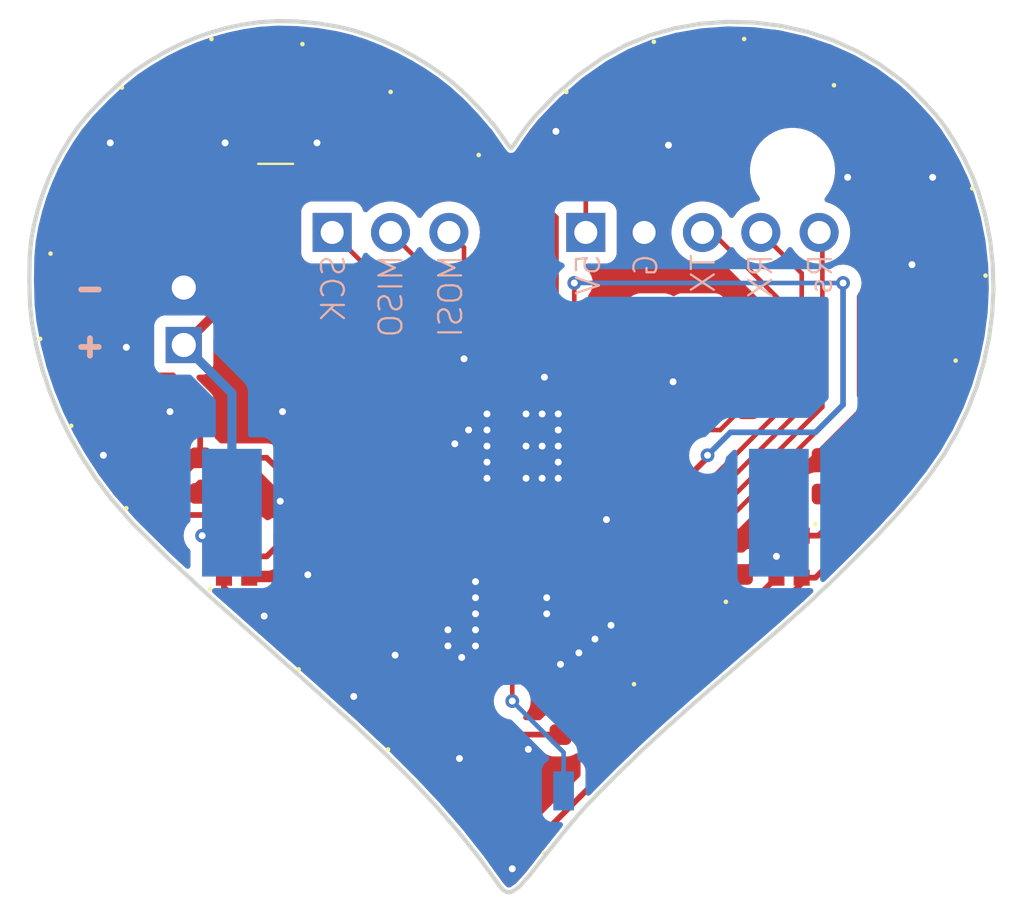
<source format=kicad_pcb>
(kicad_pcb (version 20240108) (generator "pcbnew") (generator_version "8.0")
  (layers (0 "F.Cu" signal) (31 "B.Cu" signal) (34 "B.Paste" user) (35 "F.Paste" user) (36 "B.SilkS" user "B.Silkscreen") (37 "F.SilkS" user "F.Silkscreen") (38 "B.Mask" user) (39 "F.Mask" user) (44 "Edge.Cuts" user))
  (net 0 "")
  (net 1 "/But")
  (net 2 "GND")
  (net 3 "Vbat")
  (net 4 "VCC")
  (net 5 "/RESET")
  (net 6 "Net-(U1-AREF)")
  (net 7 "Net-(U1-PB6)")
  (net 8 "Net-(U1-PB7)")
  (net 15 "/WS2812b")
  (net 25 "Net-(D1-DOUT)")
  (net 26 "Net-(D6-DOUT)")
  (net 27 "Net-(D7-DOUT)")
  (net 28 "Net-(D8-DOUT)")
  (net 29 "Net-(D10-DIN)")
  (net 30 "Net-(D10-DOUT)")
  (net 31 "Net-(D11-DOUT)")
  (net 32 "/WS_1")
  (net 33 "Net-(D13-DOUT)")
  (net 34 "Net-(D14-DOUT)")
  (net 35 "Net-(D15-DOUT)")
  (net 36 "Net-(D16-DOUT)")
  (net 37 "Net-(D17-DOUT)")
  (net 38 "Net-(D18-DOUT)")
  (net 39 "Net-(D19-DOUT)")
  (net 40 "/WS_2")
  (net 41 "Net-(D21-DOUT)")
  (net 42 "Net-(D22-DOUT)")
  (net 43 "Net-(D23-DOUT)")
  (net 44 "Net-(D24-DOUT)")
  (net 45 "Net-(D25-DOUT)")
  (net 46 "Net-(D26-DOUT)")
  (net 47 "Net-(D27-DOUT)")
  (net 48 "/RX")
  (net 49 "/TX")
  (net 50 "/MISO")
  (net 51 "/MOSI")
  (net 52 "/SCK")
  (footprint "LED_SMD:LED_WS2812B-2020_PLCC4_2.0x2.0mm" (layer "F.Cu") (at 60.144721 85.485 90)
    (property "Reference" "D16")
    (property "Value" "WS2812B-2020")
  )
  (footprint "LED_SMD:LED_WS2812B-2020_PLCC4_2.0x2.0mm" (layer "F.Cu") (at 72.55 81.9 -90)
    (property "Reference" "D19")
    (property "Value" "WS2812B-2020")
  )
  (footprint "Capacitor_SMD:C_0603_1608Metric" (layer "F.Cu") (at 62.2 85.485 90)
    (property "Reference" "C24")
    (property "Value" "104")
  )
  (footprint "LED_SMD:LED_WS2812B-2020_PLCC4_2.0x2.0mm" (layer "F.Cu") (at 45 67.615 90)
    (property "Reference" "D11")
    (property "Value" "WS2812B-2020")
  )
  (footprint "LED_SMD:LED_WS2812B-2020_PLCC4_2.0x2.0mm" (layer "F.Cu") (at 64.360527 62.178694)
    (property "Reference" "D1")
    (property "Value" "WS2812B-2020")
  )
  (footprint "Capacitor_SMD:C_0603_1608Metric" (layer "F.Cu") (at 48.391473 71.398306 90)
    (property "Reference" "C20")
    (property "Value" "104")
  )
  (footprint "LED_SMD:LED_WS2812B-2020_PLCC4_2.0x2.0mm" (layer "F.Cu") (at 52.4 78.513694 90)
    (property "Reference" "D14")
    (property "Value" "WS2812B-2020")
  )
  (footprint "Capacitor_SMD:C_0805_2012Metric" (layer "F.Cu") (at 73.7 71.8 180)
    (property "Reference" "C8")
    (property "Value" "22pF")
  )
  (footprint "Capacitor_Tantalum_SMD:CP_EIA-3216-18_Kemet-A_Pad1.58x1.35mm_HandSolder" (layer "F.Cu") (at 54.1 63.7 -90)
    (property "Reference" "C10")
    (property "Value" "4.7uF")
  )
  (footprint "Capacitor_SMD:C_0603_1608Metric" (layer "F.Cu") (at 52.005 63.68 90)
    (property "Reference" "C37")
    (property "Value" "0.1uF")
  )
  (footprint "Capacitor_SMD:C_0603_1608Metric" (layer "F.Cu") (at 80.496041 71.398306 -90)
    (property "Reference" "C30")
    (property "Value" "104")
  )
  (footprint "Capacitor_SMD:C_0603_1608Metric" (layer "F.Cu") (at 47.512306 63.9 90)
    (property "Reference" "C18")
    (property "Value" "104")
  )
  (footprint "MountingHole:MountingHole_3.2mm_M3" (layer "F.Cu") (at 76.6 61.7)
    (property "Reference" "H1")
    (property "Value" "HOLE")
  )
  (footprint "Capacitor_SMD:C_0603_1608Metric" (layer "F.Cu") (at 50.813473 74.985 90)
    (property "Reference" "C21")
    (property "Value" "104")
  )
  (footprint "Resistor_SMD:R_0603_1608Metric" (layer "F.Cu") (at 64.4 83.3)
    (property "Reference" "R6")
    (property "Value" "10K")
  )
  (footprint "Capacitor_SMD:C_0603_1608Metric" (layer "F.Cu") (at 81.795561 67.698306 -90)
    (property "Reference" "C31")
    (property "Value" "104")
  )
  (footprint "Capacitor_SMD:C_0603_1608Metric" (layer "F.Cu") (at 52.725 59.2)
    (property "Reference" "C16")
    (property "Value" "104")
  )
  (footprint "Connector_PinHeader_2.54mm:PinHeader_1x05_P2.54mm_Vertical" (layer "F.Cu") (at 67.6 64.4 90)
    (property "Reference" "J3" (hide yes))
    (property "Value" "UART" (hide yes))
  )
  (footprint "LED_SMD:LED_WS2812B-2020_PLCC4_2.0x2.0mm" (layer "F.Cu") (at 56.25 82 90)
    (property "Reference" "D15")
    (property "Value" "WS2812B-2020")
  )
  (footprint "Capacitor_SMD:C_0603_1608Metric" (layer "F.Cu") (at 79.825 61.2)
    (property "Reference" "C33")
    (property "Value" "104")
  )
  (footprint "LED_SMD:LED_WS2812B-2020_PLCC4_2.0x2.0mm" (layer "F.Cu") (at 45.45 63.9 90)
    (property "Reference" "D10")
    (property "Value" "WS2812B-2020")
  )
  (footprint "Capacitor_SMD:C_0603_1608Metric" (layer "F.Cu") (at 47.062739 67.615 90)
    (property "Reference" "C19")
    (property "Value" "104")
  )
  (footprint "LED_SMD:LED_WS2812B-2020_PLCC4_2.0x2.0mm" (layer "F.Cu") (at 76.448527 78.513694 -90)
    (property "Reference" "D20")
    (property "Value" "WS2812B-2020")
  )
  (footprint "Capacitor_SMD:C_0603_1608Metric" (layer "F.Cu") (at 56.685 59.424)
    (property "Reference" "C15")
    (property "Value" "104")
  )
  (footprint "Capacitor_SMD:C_0603_1608Metric" (layer "F.Cu") (at 74.4 78.513694 -90)
    (property "Reference" "C28")
    (property "Value" "104")
  )
  (footprint "Capacitor_SMD:C_0603_1608Metric" (layer "F.Cu") (at 58.306222 82 90)
    (property "Reference" "C23")
    (property "Value" "104")
  )
  (footprint "Capacitor_SMD:C_0603_1608Metric" (layer "F.Cu") (at 57.1 72.6 90)
    (property "Reference" "C7")
    (property "Value" "0.1uF")
  )
  (footprint "LED_SMD:LED_WS2812B-2020_PLCC4_2.0x2.0mm" (layer "F.Cu") (at 75.915 57.128916)
    (property "Reference" "D26")
    (property "Value" "WS2812B-2020")
  )
  (footprint "Resistor_SMD:R_0603_1608Metric" (layer "F.Cu") (at 57.1 75.9 90)
    (property "Reference" "R1")
    (property "Value" "10k")
  )
  (footprint "LED_SMD:LED_WS2812B-2020_PLCC4_2.0x2.0mm" (layer "F.Cu") (at 83.85 67.698306 -90)
    (property "Reference" "D23")
    (property "Value" "WS2812B-2020")
  )
  (footprint "Capacitor_SMD:C_0603_1608Metric" (layer "F.Cu") (at 54.476183 78.513694 90)
    (property "Reference" "C22")
    (property "Value" "104")
  )
  (footprint "LED_SMD:LED_WS2812B-2020_PLCC4_2.0x2.0mm" (layer "F.Cu") (at 68.175 59.432694)
    (property "Reference" "D28")
    (property "Value" "WS2812B-2020")
  )
  (footprint "LED_SMD:LED_WS2812B-2020_PLCC4_2.0x2.0mm" (layer "F.Cu") (at 79.95 75.013306 -90)
    (property "Reference" "D21")
    (property "Value" "WS2812B-2020")
  )
  (footprint "ATMEGA328P-32PIN-SMD:QFP80P900X900X120-32N" (layer "F.Cu") (at 64.3 72.7 180)
    (property "Reference" "U1")
    (property "Value" "ATMEGA328P-AU")
  )
  (footprint "LED_SMD:LED_WS2812B-2020_PLCC4_2.0x2.0mm" (layer "F.Cu") (at 52.725 57.128916)
    (property "Reference" "D8")
    (property "Value" "WS2812B-2020")
  )
  (footprint "Capacitor_SMD:C_0805_2012Metric" (layer "F.Cu") (at 50.2 63.8 90)
    (property "Reference" "C39")
    (property "Value" "1uF")
  )
  (footprint "Capacitor_SMD:C_0805_2012Metric" (layer "F.Cu") (at 57.9 68.7 -90)
    (property "Reference" "C38")
    (property "Value" "1uF")
  )
  (footprint "Capacitor_SMD:C_0603_1608Metric" (layer "F.Cu") (at 64.35 88.2 180)
    (property "Reference" "C25")
    (property "Value" "104")
  )
  (footprint "Capacitor_SMD:C_0603_1608Metric" (layer "F.Cu") (at 48.825 61.3)
    (property "Reference" "C17")
    (property "Value" "104")
  )
  (footprint "Button_Switch_SMD:SW_Tactile_SPST_NO_Straight_CK_PTS636Sx25SMTRLFS" (layer "F.Cu") (at 64.3 80.3 180)
    (property "Reference" "SW3")
    (property "Value" "MODE")
  )
  (footprint "Capacitor_SMD:C_0603_1608Metric" (layer "F.Cu") (at 71.985 59.324)
    (property "Reference" "C35")
    (property "Value" "104")
  )
  (footprint "LED_SMD:LED_WS2812B-2020_PLCC4_2.0x2.0mm" (layer "F.Cu") (at 46.35 71.398306 90)
    (property "Reference" "D12")
    (property "Value" "WS2812B-2020")
  )
  (footprint "Crystal:Crystal_SMD_3225-4Pin_3.2x2.5mm" (layer "F.Cu") (at 73.6 69)
    (property "Reference" "Y1")
    (property "Value" "16M")
  )
  (footprint "LED_SMD:LED_WS2812B-2020_PLCC4_2.0x2.0mm" (layer "F.Cu") (at 83.276527 63.9 -90)
    (property "Reference" "D24")
    (property "Value" "WS2812B-2020")
  )
  (footprint "LED_SMD:LED_WS2812B-2020_PLCC4_2.0x2.0mm" (layer "F.Cu") (at 48.75 74.985 90)
    (property "Reference" "D13")
    (property "Value" "WS2812B-2020")
  )
  (footprint "LED_SMD:LED_WS2812B-2020_PLCC4_2.0x2.0mm" (layer "F.Cu") (at 68.55 85.485 -90)
    (property "Reference" "D18")
    (property "Value" "WS2812B-2020")
  )
  (footprint "Capacitor_SMD:C_0603_1608Metric" (layer "F.Cu") (at 75.915 59.2)
    (property "Reference" "C34")
    (property "Value" "104")
  )
  (footprint "LED_SMD:LED_WS2812B-2020_PLCC4_2.0x2.0mm" (layer "F.Cu") (at 79.825 59.141413)
    (property "Reference" "D25")
    (property "Value" "WS2812B-2020")
  )
  (footprint "Capacitor_SMD:C_0603_1608Metric" (layer "F.Cu") (at 77.909803 75.013306 -90)
    (property "Reference" "C29")
    (property "Value" "104")
  )
  (footprint "Capacitor_SMD:C_0603_1608Metric" (layer "F.Cu") (at 70.501473 81.9 -90)
    (property "Reference" "C27")
    (property "Value" "104")
  )
  (footprint "LED_SMD:LED_WS2812B-2020_PLCC4_2.0x2.0mm" (layer "F.Cu") (at 56.685 57.35)
    (property "Reference" "D7")
    (property "Value" "WS2812B-2020")
  )
  (footprint "LED_SMD:LED_WS2812B-2020_PLCC4_2.0x2.0mm" (layer "F.Cu") (at 60.525 59.432694)
    (property "Reference" "D6")
    (property "Value" "WS2812B-2020")
  )
  (footprint "Connector_PinHeader_2.54mm:PinHeader_1x03_P2.54mm_Vertical" (layer "F.Cu") (at 56.56 64.4 90)
    (property "Reference" "J6" (hide yes))
    (property "Value" "ICSP" (hide yes))
  )
  (footprint "Capacitor_SMD:C_0603_1608Metric" (layer "F.Cu") (at 60.525 61.5)
    (property "Reference" "C14")
    (property "Value" "104")
  )
  (footprint "RT9013-33:SOT94P279X129-5N" (layer "F.Cu") (at 55 68.645 -90)
    (property "Reference" "U6")
    (property "Value" "RT9013-33GB")
  )
  (footprint "LED_SMD:LED_WS2812B-2020_PLCC4_2.0x2.0mm" (layer "F.Cu") (at 64.35 90.25 180)
    (property "Reference" "D17")
    (property "Value" "WS2812B-2020")
  )
  (footprint "Capacitor_SMD:C_0603_1608Metric" (layer "F.Cu") (at 66.498479 85.485 -90)
    (property "Reference" "C26")
    (property "Value" "104")
  )
  (footprint "Capacitor_SMD:C_0805_2012Metric" (layer "F.Cu") (at 70.5 69 -90)
    (property "Reference" "C9")
    (property "Value" "22pF")
  )
  (footprint "LED_SMD:LED_WS2812B-2020_PLCC4_2.0x2.0mm" (layer "F.Cu") (at 71.985 57.25)
    (property "Reference" "D27")
    (property "Value" "WS2812B-2020")
  )
  (footprint "LED_SMD:LED_WS2812B-2020_PLCC4_2.0x2.0mm" (layer "F.Cu") (at 82.55 71.398306 -90)
    (property "Reference" "D22")
    (property "Value" "WS2812B-2020")
  )
  (footprint "Capacitor_SMD:C_0603_1608Metric" (layer "F.Cu") (at 64.348427 64.230558)
    (property "Reference" "C13")
    (property "Value" "104")
  )
  (footprint "Capacitor_SMD:C_0603_1608Metric" (layer "F.Cu") (at 81.2 63.9 -90)
    (property "Reference" "C32")
    (property "Value" "104")
  )
  (footprint "Capacitor_SMD:C_0603_1608Metric" (layer "F.Cu") (at 68.175 61.5)
    (property "Reference" "C36")
    (property "Value" "104")
  )
  (footprint "LED_SMD:LED_WS2812B-2020_PLCC4_2.0x2.0mm" (layer "F.Cu") (at 48.825 59.241413)
    (property "Reference" "D9")
    (property "Value" "WS2812B-2020")
  )
  (footprint "2xh:JST_B2B-XH-A_LF__SN_" (layer "B.Cu") (at 49.575 68.05 -90)
    (property "Reference" "J4")
    (property "Value" "Pin Lipo")
  )
  (footprint "Battery:BatteryHolder_MPD_BC2003_1x2032" (layer "B.Cu") (at 64.1 76.6 180)
    (property "Reference" "BT1")
    (property "Value" "CR2032")
  )
  (footprint "Button_Switch_SMD:SW_SPST_B3U-1000P" (layer "B.Cu") (at 64.35 88.71)
    (property "Reference" "SW2")
    (property "Value" "RESET")
  )
  (gr_line (start 83.208566 74.036988) (end 83.752609 73.102272) (stroke (width 0.182562)) (layer "Edge.Cuts"))
  (gr_line (start 64.287799 93.122064) (end 64.419238 93.081908) (stroke (width 0.182562)) (layer "Edge.Cuts"))
  (gr_line (start 73.770087 55.229397) (end 72.608987 55.313373) (stroke (width 0.182562)) (layer "Edge.Cuts"))
  (gr_line (start 65.138528 92.39911) (end 66.087857 91.197864) (stroke (width 0.182562)) (layer "Edge.Cuts"))
  (gr_line (start 81.784578 58.168651) (end 81.324532 57.763365) (stroke (width 0.182562)) (layer "Edge.Cuts"))
  (gr_line (start 77.231469 80.590977) (end 78.191748 79.689111) (stroke (width 0.182562)) (layer "Edge.Cuts"))
  (gr_line (start 44.176704 62.159467) (end 43.935726 62.798435) (stroke (width 0.182562)) (layer "Edge.Cuts"))
  (gr_line (start 80.378846 77.498369) (end 81.204033 76.607463) (stroke (width 0.182562)) (layer "Edge.Cuts"))
  (gr_line (start 61.107551 89.394142) (end 62.07878 90.515065) (stroke (width 0.182562)) (layer "Edge.Cuts"))
  (gr_line (start 76.099574 81.606026) (end 77.231469 80.590977) (stroke (width 0.182562)) (layer "Edge.Cuts"))
  (gr_line (start 45.129686 73.25561) (end 45.662768 74.18303) (stroke (width 0.182562)) (layer "Edge.Cuts"))
  (gr_line (start 79.356502 78.542624) (end 80.378846 77.498369) (stroke (width 0.182562)) (layer "Edge.Cuts"))
  (gr_line (start 47.970356 57.361726) (end 47.408068 57.810828) (stroke (width 0.182562)) (layer "Edge.Cuts"))
  (gr_line (start 84.06297 61.17363) (end 83.646713 60.425123) (stroke (width 0.182562)) (layer "Edge.Cuts"))
  (gr_line (start 43.574249 64.105583) (end 43.45376 64.773762) (stroke (width 0.182562)) (layer "Edge.Cuts"))
  (gr_line (start 83.646713 60.425123) (end 83.20126 59.745988) (stroke (width 0.182562)) (layer "Edge.Cuts"))
  (gr_line (start 64.357172 60.731825) (end 64.346211 60.735479) (stroke (width 0.182562)) (layer "Edge.Cuts"))
  (gr_line (start 81.916027 75.778634) (end 82.587855 74.927894) (stroke (width 0.182562)) (layer "Edge.Cuts"))
  (gr_line (start 67.44978 89.551143) (end 68.128904 88.828189) (stroke (width 0.182562)) (layer "Edge.Cuts"))
  (gr_line (start 43.45376 64.773762) (end 43.391683 65.478449) (stroke (width 0.182562)) (layer "Edge.Cuts"))
  (gr_line (start 84.924659 70.068077) (end 85.151034 69.005555) (stroke (width 0.182562)) (layer "Edge.Cuts"))
  (gr_line (start 64.265889 60.647849) (end 64.192863 60.552919) (stroke (width 0.182562)) (layer "Edge.Cuts"))
  (gr_line (start 53.710119 82.431202) (end 57.485515 85.790361) (stroke (width 0.182562)) (layer "Edge.Cuts"))
  (gr_line (start 44.662323 72.298985) (end 45.129686 73.25561) (stroke (width 0.182562)) (layer "Edge.Cuts"))
  (gr_line (start 83.752609 73.102272) (end 84.223615 72.123727) (stroke (width 0.182562)) (layer "Edge.Cuts"))
  (gr_line (start 45.122379 60.352097) (end 44.771862 60.932647) (stroke (width 0.182562)) (layer "Edge.Cuts"))
  (gr_line (start 64.152686 93.111114) (end 64.287799 93.122064) (stroke (width 0.182562)) (layer "Edge.Cuts"))
  (gr_line (start 84.614298 71.108678) (end 84.924659 70.068077) (stroke (width 0.182562)) (layer "Edge.Cuts"))
  (gr_line (start 64.707689 92.877422) (end 65.138528 92.39911) (stroke (width 0.182562)) (layer "Edge.Cuts"))
  (gr_line (start 60.092503 88.313363) (end 61.107551 89.394142) (stroke (width 0.182562)) (layer "Edge.Cuts"))
  (gr_line (start 82.324967 58.71999) (end 81.784578 58.168651) (stroke (width 0.182562)) (layer "Edge.Cuts"))
  (gr_line (start 76.103238 55.408309) (end 74.934841 55.262257) (stroke (width 0.182562)) (layer "Edge.Cuts"))
  (gr_line (start 84.223615 72.123727) (end 84.614298 71.108678) (stroke (width 0.182562)) (layer "Edge.Cuts"))
  (gr_line (start 85.315343 65.774207) (end 85.198497 64.718998) (stroke (width 0.182562)) (layer "Edge.Cuts"))
  (gr_line (start 46.933408 75.990395) (end 47.871767 77.05657) (stroke (width 0.182562)) (layer "Edge.Cuts"))
  (gr_line (start 61.29377 57.482215) (end 60.720521 57.091537) (stroke (width 0.182562)) (layer "Edge.Cuts"))
  (gr_line (start 45.662768 74.18303) (end 46.268877 75.106795) (stroke (width 0.182562)) (layer "Edge.Cuts"))
  (gr_line (start 71.093716 85.972927) (end 72.342456 84.862942) (stroke (width 0.182562)) (layer "Edge.Cuts"))
  (gr_line (start 44.267986 71.327757) (end 44.662323 72.298985) (stroke (width 0.182562)) (layer "Edge.Cuts"))
  (gr_line (start 85.293433 67.932095) (end 85.348202 66.854975) (stroke (width 0.182562)) (layer "Edge.Cuts"))
  (gr_line (start 79.411261 56.507333) (end 78.363363 56.036317) (stroke (width 0.182562)) (layer "Edge.Cuts"))
  (gr_line (start 57.474565 55.601824) (end 56.824637 55.444817) (stroke (width 0.182562)) (layer "Edge.Cuts"))
  (gr_line (start 64.346211 60.735479) (end 64.335251 60.731825) (stroke (width 0.182562)) (layer "Edge.Cuts"))
  (gr_line (start 85.151034 69.005555) (end 85.293433 67.932095) (stroke (width 0.182562)) (layer "Edge.Cuts"))
  (gr_line (start 72.608987 55.313373) (end 71.4625 55.514195) (stroke (width 0.182562)) (layer "Edge.Cuts"))
  (gr_line (start 54.170175 55.196538) (end 53.366909 55.247654) (stroke (width 0.182562)) (layer "Edge.Cuts"))
  (gr_line (start 62.07878 90.515065) (end 62.973339 91.643317) (stroke (width 0.182562)) (layer "Edge.Cuts"))
  (gr_line (start 49.303062 78.469598) (end 51.216312 80.233153) (stroke (width 0.182562)) (layer "Edge.Cuts"))
  (gr_line (start 60.092503 56.715452) (end 59.442575 56.372236) (stroke (width 0.182562)) (layer "Edge.Cuts"))
  (gr_line (start 64.663869 60.300981) (end 64.55433 60.465284) (stroke (width 0.182562)) (layer "Edge.Cuts"))
  (gr_line (start 51.216312 80.233153) (end 53.710119 82.431202) (stroke (width 0.182562)) (layer "Edge.Cuts"))
  (gr_line (start 44.771862 60.932647) (end 44.454205 61.535107) (stroke (width 0.182562)) (layer "Edge.Cuts"))
  (gr_line (start 56.824637 55.444817) (end 55.951987 55.29877) (stroke (width 0.182562)) (layer "Edge.Cuts"))
  (gr_line (start 59.442575 56.372236) (end 58.785361 56.072835) (stroke (width 0.182562)) (layer "Edge.Cuts"))
  (gr_line (start 58.785361 56.072835) (end 58.10988 55.806294) (stroke (width 0.182562)) (layer "Edge.Cuts"))
  (gr_line (start 64.368121 60.720875) (end 64.357172 60.731825) (stroke (width 0.182562)) (layer "Edge.Cuts"))
  (gr_line (start 71.4625 55.514195) (end 70.389028 55.817249) (stroke (width 0.182562)) (layer "Edge.Cuts"))
  (gr_line (start 63.995684 93.008882) (end 64.083324 93.078255) (stroke (width 0.182562)) (layer "Edge.Cuts"))
  (gr_line (start 84.990378 63.674738) (end 84.698274 62.652388) (stroke (width 0.182562)) (layer "Edge.Cuts"))
  (gr_line (start 63.681691 59.826316) (end 63.097482 59.13988) (stroke (width 0.182562)) (layer "Edge.Cuts"))
  (gr_line (start 78.191748 79.689111) (end 79.356502 78.542624) (stroke (width 0.182562)) (layer "Edge.Cuts"))
  (gr_line (start 45.984079 59.216559) (end 45.505767 59.793456) (stroke (width 0.182562)) (layer "Edge.Cuts"))
  (gr_line (start 58.807271 87.031784) (end 60.092503 88.313363) (stroke (width 0.182562)) (layer "Edge.Cuts"))
  (gr_line (start 64.192863 60.552919) (end 64.116183 60.439731) (stroke (width 0.182562)) (layer "Edge.Cuts"))
  (gr_line (start 62.458514 58.468052) (end 61.837802 57.905764) (stroke (width 0.182562)) (layer "Edge.Cuts"))
  (gr_line (start 66.832721 90.270444) (end 67.44978 89.551143) (stroke (width 0.182562)) (layer "Edge.Cuts"))
  (gr_line (start 43.391683 65.478449) (end 43.377091 66.511754) (stroke (width 0.182562)) (layer "Edge.Cuts"))
  (gr_line (start 66.087857 91.197864) (end 66.832721 90.270444) (stroke (width 0.182562)) (layer "Edge.Cuts"))
  (gr_line (start 43.482966 68.293572) (end 43.676481 69.323223) (stroke (width 0.182562)) (layer "Edge.Cuts"))
  (gr_line (start 77.249736 55.667544) (end 76.103238 55.408309) (stroke (width 0.182562)) (layer "Edge.Cuts"))
  (gr_line (start 65.007089 59.819014) (end 64.663869 60.300981) (stroke (width 0.182562)) (layer "Edge.Cuts"))
  (gr_line (start 43.406287 67.552366) (end 43.482966 68.293572) (stroke (width 0.182562)) (layer "Edge.Cuts"))
  (gr_line (start 49.266549 56.551148) (end 48.609324 56.938178) (stroke (width 0.182562)) (layer "Edge.Cuts"))
  (gr_line (start 47.408068 57.810828) (end 46.68147 58.493616) (stroke (width 0.182562)) (layer "Edge.Cuts"))
  (gr_line (start 64.455751 60.604035) (end 64.368121 60.720875) (stroke (width 0.182562)) (layer "Edge.Cuts"))
  (gr_line (start 61.837802 57.905764) (end 61.29377 57.482215) (stroke (width 0.182562)) (layer "Edge.Cuts"))
  (gr_line (start 51.263786 55.696755) (end 50.591958 55.934085) (stroke (width 0.182562)) (layer "Edge.Cuts"))
  (gr_line (start 58.10988 55.806294) (end 57.474565 55.601824) (stroke (width 0.182562)) (layer "Edge.Cuts"))
  (gr_line (start 48.609324 56.938178) (end 47.970356 57.361726) (stroke (width 0.182562)) (layer "Edge.Cuts"))
  (gr_line (start 45.505767 59.793456) (end 45.122379 60.352097) (stroke (width 0.182562)) (layer "Edge.Cuts"))
  (gr_line (start 64.324302 60.724529) (end 64.265889 60.647849) (stroke (width 0.182562)) (layer "Edge.Cuts"))
  (gr_line (start 69.352081 56.240792) (end 68.373545 56.777528) (stroke (width 0.182562)) (layer "Edge.Cuts"))
  (gr_line (start 69.085529 87.86791) (end 70.100577 86.889375) (stroke (width 0.182562)) (layer "Edge.Cuts"))
  (gr_line (start 63.824079 92.811703) (end 63.908065 92.917599) (stroke (width 0.182562)) (layer "Edge.Cuts"))
  (gr_line (start 64.083324 93.078255) (end 64.152686 93.111114) (stroke (width 0.182562)) (layer "Edge.Cuts"))
  (gr_line (start 81.204033 76.607463) (end 81.916027 75.778634) (stroke (width 0.182562)) (layer "Edge.Cuts"))
  (gr_line (start 80.400756 57.08423) (end 79.411261 56.507333) (stroke (width 0.182562)) (layer "Edge.Cuts"))
  (gr_line (start 63.908065 92.917599) (end 63.995684 93.008882) (stroke (width 0.182562)) (layer "Edge.Cuts"))
  (gr_line (start 47.871767 77.05657) (end 49.303062 78.469598) (stroke (width 0.182562)) (layer "Edge.Cuts"))
  (gr_line (start 55.050131 55.214789) (end 54.170175 55.196538) (stroke (width 0.182562)) (layer "Edge.Cuts"))
  (gr_line (start 68.373545 56.777528) (end 67.314677 57.518728) (stroke (width 0.182562)) (layer "Edge.Cuts"))
  (gr_line (start 82.839793 59.285932) (end 82.324967 58.71999) (stroke (width 0.182562)) (layer "Edge.Cuts"))
  (gr_line (start 46.68147 58.493616) (end 45.984079 59.216559) (stroke (width 0.182562)) (layer "Edge.Cuts"))
  (gr_line (start 43.734904 63.448358) (end 43.574249 64.105583) (stroke (width 0.182562)) (layer "Edge.Cuts"))
  (gr_line (start 70.100577 86.889375) (end 71.093716 85.972927) (stroke (width 0.182562)) (layer "Edge.Cuts"))
  (gr_line (start 85.348202 66.854975) (end 85.315343 65.774207) (stroke (width 0.182562)) (layer "Edge.Cuts"))
  (gr_line (start 57.485515 85.790361) (end 58.807271 87.031784) (stroke (width 0.182562)) (layer "Edge.Cuts"))
  (gr_line (start 44.454205 61.535107) (end 44.176704 62.159467) (stroke (width 0.182562)) (layer "Edge.Cuts"))
  (gr_line (start 64.116183 60.439731) (end 63.681691 59.826316) (stroke (width 0.182562)) (layer "Edge.Cuts"))
  (gr_line (start 49.92012 56.222536) (end 49.266549 56.551148) (stroke (width 0.182562)) (layer "Edge.Cuts"))
  (gr_line (start 84.424437 61.933092) (end 84.06297 61.17363) (stroke (width 0.182562)) (layer "Edge.Cuts"))
  (gr_line (start 64.55433 60.465284) (end 64.455751 60.604035) (stroke (width 0.182562)) (layer "Edge.Cuts"))
  (gr_line (start 62.973339 91.643317) (end 63.824079 92.811703) (stroke (width 0.182562)) (layer "Edge.Cuts"))
  (gr_line (start 85.198497 64.718998) (end 84.990378 63.674738) (stroke (width 0.182562)) (layer "Edge.Cuts"))
  (gr_line (start 43.377091 66.511754) (end 43.406287 67.552366) (stroke (width 0.182562)) (layer "Edge.Cuts"))
  (gr_line (start 68.128904 88.828189) (end 69.085529 87.86791) (stroke (width 0.182562)) (layer "Edge.Cuts"))
  (gr_line (start 66.288668 58.405981) (end 65.375863 59.358958) (stroke (width 0.182562)) (layer "Edge.Cuts"))
  (gr_line (start 84.698274 62.652388) (end 84.424437 61.933092) (stroke (width 0.182562)) (layer "Edge.Cuts"))
  (gr_line (start 51.95387 55.50324) (end 51.263786 55.696755) (stroke (width 0.182562)) (layer "Edge.Cuts"))
  (gr_line (start 74.255707 83.205272) (end 76.099574 81.606026) (stroke (width 0.182562)) (layer "Edge.Cuts"))
  (gr_line (start 78.363363 56.036317) (end 77.249736 55.667544) (stroke (width 0.182562)) (layer "Edge.Cuts"))
  (gr_line (start 63.097482 59.13988) (end 62.458514 58.468052) (stroke (width 0.182562)) (layer "Edge.Cuts"))
  (gr_line (start 81.324532 57.763365) (end 80.400756 57.08423) (stroke (width 0.182562)) (layer "Edge.Cuts"))
  (gr_line (start 72.342456 84.862942) (end 74.255707 83.205272) (stroke (width 0.182562)) (layer "Edge.Cuts"))
  (gr_line (start 43.676481 69.323223) (end 43.935726 70.334618) (stroke (width 0.182562)) (layer "Edge.Cuts"))
  (gr_line (start 60.720521 57.091537) (end 60.092503 56.715452) (stroke (width 0.182562)) (layer "Edge.Cuts"))
  (gr_line (start 83.20126 59.745988) (end 82.839793 59.285932) (stroke (width 0.182562)) (layer "Edge.Cuts"))
  (gr_line (start 65.375863 59.358958) (end 65.007089 59.819014) (stroke (width 0.182562)) (layer "Edge.Cuts"))
  (gr_line (start 64.419238 93.081908) (end 64.707689 92.877422) (stroke (width 0.182562)) (layer "Edge.Cuts"))
  (gr_line (start 64.335251 60.731825) (end 64.324302 60.724529) (stroke (width 0.182562)) (layer "Edge.Cuts"))
  (gr_line (start 46.268877 75.106795) (end 46.933408 75.990395) (stroke (width 0.182562)) (layer "Edge.Cuts"))
  (gr_line (start 43.935726 70.334618) (end 44.267986 71.327757) (stroke (width 0.182562)) (layer "Edge.Cuts"))
  (gr_line (start 53.366909 55.247654) (end 52.654904 55.353534) (stroke (width 0.182562)) (layer "Edge.Cuts"))
  (gr_line (start 50.591958 55.934085) (end 49.92012 56.222536) (stroke (width 0.182562)) (layer "Edge.Cuts"))
  (gr_line (start 70.389028 55.817249) (end 69.352081 56.240792) (stroke (width 0.182562)) (layer "Edge.Cuts"))
  (gr_line (start 52.654904 55.353534) (end 51.95387 55.50324) (stroke (width 0.182562)) (layer "Edge.Cuts"))
  (gr_line (start 67.314677 57.518728) (end 66.288668 58.405981) (stroke (width 0.182562)) (layer "Edge.Cuts"))
  (gr_line (start 55.951987 55.29877) (end 55.050131 55.214789) (stroke (width 0.182562)) (layer "Edge.Cuts"))
  (gr_line (start 43.935726 62.798435) (end 43.734904 63.448358) (stroke (width 0.182562)) (layer "Edge.Cuts"))
  (gr_line (start 74.934841 55.262257) (end 73.770087 55.229397) (stroke (width 0.182562)) (layer "Edge.Cuts"))
  (gr_line (start 82.587855 74.927894) (end 83.208566 74.036988) (stroke (width 0.182562)) (layer "Edge.Cuts"))
  (gr_text "-" (at 46.8 67.4 -0) (layer "B.SilkS") (effects (font (size 1 1) (thickness 0.25) (bold yes)) (justify left bottom mirror)))
  (gr_text "5V" (at 68.3 67.2 90) (layer "B.SilkS") (effects (font (size 1 1) (thickness 0.1)) (justify right bottom mirror)))
  (gr_text "G" (at 70.8 66.390476 90) (layer "B.SilkS") (effects (font (size 1 1) (thickness 0.1)) (justify right bottom mirror)))
  (gr_text "MISO" (at 59.7 65.3 90) (layer "B.SilkS") (effects (font (size 1 1) (thickness 0.1)) (justify left bottom mirror)))
  (gr_text "+" (at 46.8 69.9 -0) (layer "B.SilkS") (effects (font (size 1 1) (thickness 0.25) (bold yes)) (justify left bottom mirror)))
  (gr_text "RX" (at 75.8 67.342857 90) (layer "B.SilkS") (effects (font (size 1 1) (thickness 0.1)) (justify right bottom mirror)))
  (gr_text "MOSI" (at 62.3 65.3 90) (layer "B.SilkS") (effects (font (size 1 1) (thickness 0.1)) (justify left bottom mirror)))
  (gr_text "TX" (at 73.3 67.104762 90) (layer "B.SilkS") (effects (font (size 1 1) (thickness 0.1)) (justify right bottom mirror)))
  (gr_text "Rs" (at 78.4 67.2 90) (layer "B.SilkS") (effects (font (size 1 1) (thickness 0.1)) (justify right bottom mirror)))
  (gr_text "SCK" (at 57.2 65.3 90) (layer "B.SilkS") (effects (font (size 1 1) (thickness 0.1)) (justify left bottom mirror)))
  (segment (start 72.9 74.1) (end 72.9 74.2) (width 0.25) (layer "F.Cu") (net 1))
  (segment (start 69.4 77.7) (end 67.3 77.7) (width 0.25) (layer "F.Cu") (net 1))
  (segment (start 78.8 66.6) (end 78.8 71.9) (width 0.2) (layer "F.Cu") (net 1))
  (segment (start 67.1 66.6) (end 67.1 68.53) (width 0.2) (layer "F.Cu") (net 1))
  (segment (start 67.1 77.5) (end 67.1 76.87) (width 0.25) (layer "F.Cu") (net 1))
  (segment (start 70.4 80.3) (end 68.175 80.3) (width 0.2) (layer "F.Cu") (net 1))
  (segment (start 67.3 77.7) (end 67.1 77.5) (width 0.25) (layer "F.Cu") (net 1))
  (segment (start 72.9 74.2) (end 69.4 77.7) (width 0.25) (layer "F.Cu") (net 1))
  (segment (start 65.225 83.25) (end 68.175 80.3) (width 0.2) (layer "F.Cu") (net 1))
  (segment (start 65.225 83.3) (end 65.225 83.25) (width 0.2) (layer "F.Cu") (net 1))
  (segment (start 78.8 71.9) (end 70.4 80.3) (width 0.2) (layer "F.Cu") (net 1))
  (via (at 67.1 66.6) (size 0.6) (drill 0.3) (layers "F.Cu" "B.Cu") (net 1))
  (via (at 72.9 74.1) (size 0.6) (drill 0.3) (layers "F.Cu" "B.Cu") (net 1))
  (via (at 78.8 66.6) (size 0.6) (drill 0.3) (layers "F.Cu" "B.Cu") (net 1))
  (segment (start 78.8 71.9) (end 78.8 66.6) (width 0.25) (layer "B.Cu") (net 1))
  (segment (start 73.9 73.1) (end 77.6 73.1) (width 0.25) (layer "B.Cu") (net 1))
  (segment (start 77.6 73.1) (end 78.8 71.9) (width 0.25) (layer "B.Cu") (net 1))
  (segment (start 72.9 74.1) (end 73.9 73.1) (width 0.25) (layer "B.Cu") (net 1))
  (segment (start 78.8 66.6) (end 67.1 66.6) (width 0.2) (layer "B.Cu") (net 1))
  (segment (start 52.005 64.455) (end 53.4175 64.455) (width 0.4) (layer "F.Cu") (net 2))
  (segment (start 46.14 64.675) (end 46 64.815) (width 0.25) (layer "F.Cu") (net 2))
  (segment (start 75.758527 77.738694) (end 75.898527 77.598694) (width 0.25) (layer "F.Cu") (net 2))
  (segment (start 49.3 75.9) (end 50.673473 75.9) (width 0.25) (layer "F.Cu") (net 2))
  (segment (start 50.673473 75.9) (end 50.813473 75.76) (width 0.25) (layer "F.Cu") (net 2))
  (segment (start 75.14 59.2) (end 75.14 57.818916) (width 0.25) (layer "F.Cu") (net 2))
  (segment (start 74.7 68.15) (end 74.7 67.7) (width 0.2) (layer "F.Cu") (net 2))
  (segment (start 71.86 81.125) (end 72 80.985) (width 0.25) (layer "F.Cu") (net 2))
  (segment (start 55.77 57.9) (end 55.77 59.284) (width 0.25) (layer "F.Cu") (net 2))
  (segment (start 67.4 60.122694) (end 67.26 59.982694) (width 0.25) (layer "F.Cu") (net 2))
  (segment (start 48.391473 72.173306) (end 47.04 72.173306) (width 0.25) (layer "F.Cu") (net 2))
  (segment (start 54.336183 79.428694) (end 54.476183 79.288694) (width 0.25) (layer "F.Cu") (net 2))
  (segment (start 66.4 72.3) (end 68.47 72.3) (width 0.2) (layer "F.Cu") (net 2))
  (segment (start 78.91 61.06) (end 79.05 61.2) (width 0.25) (layer "F.Cu") (net 2))
  (segment (start 65.125 89.56) (end 65.265 89.7) (width 0.25) (layer "F.Cu") (net 2))
  (segment (start 71.5 66.6) (end 70.14 65.24) (width 0.2) (layer "F.Cu") (net 2))
  (segment (start 47.04 72.173306) (end 46.9 72.313306) (width 0.25) (layer "F.Cu") (net 2))
  (segment (start 60.13 73.1) (end 62.4 73.1) (width 0.25) (layer "F.Cu") (net 2))
  (segment (start 68.545 73.975) (end 68.47 73.9) (width 0.25) (layer "F.Cu") (net 2))
  (segment (start 77.909803 74.238306) (end 79.26 74.238306) (width 0.25) (layer "F.Cu") (net 2))
  (segment (start 70.14 65.24) (end 70.14 64.4) (width 0.2) (layer "F.Cu") (net 2))
  (segment (start 55 66.0375) (end 55 67.4) (width 0.4) (layer "F.Cu") (net 2))
  (segment (start 53.4175 64.455) (end 54.1 65.1375) (width 0.4) (layer "F.Cu") (net 2))
  (segment (start 70.501473 81.125) (end 71.86 81.125) (width 0.25) (layer "F.Cu") (net 2))
  (segment (start 66.4 73.7) (end 66.6 73.9) (width 0.25) (layer "F.Cu") (net 2))
  (segment (start 55.77 59.284) (end 55.91 59.424) (width 0.25) (layer "F.Cu") (net 2))
  (segment (start 66.5 83.2) (end 66.5 84.708479) (width 0.2) (layer "F.Cu") (net 2))
  (segment (start 81.795561 66.923306) (end 83.16 66.923306) (width 0.25) (layer "F.Cu") (net 2))
  (segment (start 52.95 79.428694) (end 54.336183 79.428694) (width 0.25) (layer "F.Cu") (net 2))
  (segment (start 81.86 70.623306) (end 82 70.483306) (width 0.25) (layer "F.Cu") (net 2))
  (segment (start 82.586527 63.125) (end 82.726527 62.985) (width 0.25) (layer "F.Cu") (net 2))
  (segment (start 50.2 66.7) (end 50.2 64.75) (width 0.4) (layer "F.Cu") (net 2))
  (segment (start 74.7 67.7) (end 73.6 66.6) (width 0.2) (layer "F.Cu") (net 2))
  (segment (start 71.21 59.324) (end 71.21 57.94) (width 0.25) (layer "F.Cu") (net 2))
  (segment (start 58.166222 82.915) (end 58.306222 82.775) (width 0.25) (layer "F.Cu") (net 2))
  (segment (start 57.1 73.375) (end 57.375 73.1) (width 0.25) (layer "F.Cu") (net 2))
  (segment (start 66.5 84.708479) (end 66.498479 84.71) (width 0.2) (layer "F.Cu") (net 2))
  (segment (start 51.81 59.06) (end 51.81 57.678916) (width 0.25) (layer "F.Cu") (net 2))
  (segment (start 65.125 88.2) (end 65.125 89.56) (width 0.25) (layer "F.Cu") (net 2))
  (segment (start 72.75 70.1) (end 72.5 69.85) (width 0.2) (layer "F.Cu") (net 2))
  (segment (start 51.95 59.2) (end 51.81 59.06) (width 0.25) (layer "F.Cu") (net 2))
  (segment (start 75.14 57.818916) (end 75 57.678916) (width 0.25) (layer "F.Cu") (net 2))
  (segment (start 56.8 82.915) (end 58.166222 82.915) (width 0.25) (layer "F.Cu") (net 2))
  (segment (start 70.6 69.85) (end 72.5 69.85) (width 0.2) (layer "F.Cu") (net 2))
  (segment (start 66.498479 84.71) (end 67.86 84.71) (width 0.25) (layer "F.Cu") (net 2))
  (segment (start 51.71 64.75) (end 52.005 64.455) (width 0.4) (layer "F.Cu") (net 2))
  (segment (start 78.91 59.691413) (end 78.91 61.06) (width 0.25) (layer "F.Cu") (net 2))
  (segment (start 57.375 73.1) (end 60.13 73.1) (width 0.25) (layer "F.Cu") (net 2))
  (segment (start 72.75 71.8) (end 72.75 70.1) (width 0.2) (layer "F.Cu") (net 2))
  (segment (start 83.16 66.923306) (end 83.3 66.783306) (width 0.25) (layer "F.Cu") (net 2))
  (segment (start 47.91 61.16) (end 48.05 61.3) (width 0.25) (layer "F.Cu") (net 2))
  (segment (start 62.06 86.4) (end 62.2 86.26) (width 0.25) (layer "F.Cu") (net 2))
  (segment (start 50.2 64.75) (end 51.71 64.75) (width 0.4) (layer "F.Cu") (net 2))
  (segment (start 66.6 73.9) (end 68.47 73.9) (width 0.25) (layer "F.Cu") (net 2))
  (segment (start 60.694721 86.4) (end 62.06 86.4) (width 0.25) (layer "F.Cu") (net 2))
  (segment (start 67.4 61.5) (end 67.4 60.122694) (width 0.25) (layer "F.Cu") (net 2))
  (segment (start 63.445527 64.102658) (end 63.573427 64.230558) (width 0.25) (layer "F.Cu") (net 2))
  (segment (start 80.496041 70.623306) (end 81.86 70.623306) (width 0.25) (layer "F.Cu") (net 2))
  (segment (start 79.26 74.238306) (end 79.4 74.098306) (width 0.25) (layer "F.Cu") (net 2))
  (segment (start 72.75 69.85) (end 72.5 69.85) (width 0.2) (layer "F.Cu") (net 2))
  (segment (start 73.6 66.6) (end 71.5 66.6) (width 0.2) (layer "F.Cu") (net 2))
  (segment (start 71.21 57.94) (end 71.07 57.8) (width 0.25) (layer "F.Cu") (net 2))
  (segment (start 59.61 59.982694) (end 59.61 61.36) (width 0.25) (layer "F.Cu") (net 2))
  (segment (start 74.4 77.738694) (end 75.758527 77.738694) (width 0.25) (layer "F.Cu") (net 2))
  (segment (start 50.1 66.8) (end 50.2 66.7) (width 0.4) (layer "F.Cu") (net 2))
  (segment (start 54.1 65.1375) (end 55 66.0375) (width 0.4) (layer "F.Cu") (net 2))
  (segment (start 59.61 61.36) (end 59.75 61.5) (width 0.25) (layer "F.Cu") (net 2))
  (segment (start 47.512306 64.675) (end 46.14 64.675) (width 0.25) (layer "F.Cu") (net 2))
  (segment (start 74.7 68.15) (end 74.45 68.15) (width 0.2) (layer "F.Cu") (net 2))
  (segment (start 70.5 69.95) (end 70.6 69.85) (width 0.2) (layer "F.Cu") (net 2))
  (segment (start 67.86 84.71) (end 68 84.57) (width 0.25) (layer "F.Cu") (net 2))
  (segment (start 62.4 73.1) (end 62.5 73) (width 0.25) (layer "F.Cu") (net 2))
  (segment (start 45.69 68.39) (end 45.55 68.53) (width 0.25) (layer "F.Cu") (net 2))
  (segment (start 66.4 72.3) (end 66.4 73.7) (width 0.25) (layer "F.Cu") (net 2))
  (segment (start 74.45 68.15) (end 72.75 69.85) (width 0.2) (layer "F.Cu") (net 2))
  (segment (start 47.91 59.791413) (end 47.91 61.16) (width 0.25) (layer "F.Cu") (net 2))
  (segment (start 81.2 63.125) (end 82.586527 63.125) (width 0.25) (layer "F.Cu") (net 2))
  (segment (start 63.445527 62.728694) (end 63.445527 64.102658) (width 0.25) (layer "F.Cu") (net 2))
  (segment (start 47.062739 68.39) (end 45.69 68.39) (width 0.25) (layer "F.Cu") (net 2))
  (via (at 62.8 81.7) (size 0.6) (drill 0.3) (layers "F.Cu" "B.Cu") (net 2))
  (via (at 71.4 70.9) (size 0.6) (drill 0.3) (layers "F.Cu" "B.Cu") (net 2))
  (via (at 55.9 60.5) (size 0.6) (drill 0.3) (layers "F.Cu" "B.Cu") (net 2))
  (via (at 46.9 60.5) (size 0.6) (drill 0.3) (layers "F.Cu" "B.Cu") (net 2))
  (via (at 57.5 84.6) (size 0.6) (drill 0.3) (layers "F.Cu" "B.Cu") (net 2))
  (via (at 51.9 60.5) (size 0.6) (drill 0.3) (layers "F.Cu" "B.Cu") (net 2))
  (via (at 66.4 74.4) (size 0.6) (drill 0.3) (layers "F.Cu" "B.Cu") (net 2))
  (via (at 65.9 80.3) (size 0.6) (drill 0.3) (layers "F.Cu" "B.Cu") (net 2))
  (via (at 63.3 75.1) (size 0.6) (drill 0.3) (layers "F.Cu" "B.Cu") (net 2))
  (via (at 64.4 92.1) (size 0.6) (drill 0.3) (layers "F.Cu" "B.Cu") (net 2))
  (via (at 65.9 81) (size 0.6) (drill 0.3) (layers "F.Cu" "B.Cu") (net 2))
  (via (at 66.4 73) (size 0.6) (drill 0.3) (layers "F.Cu" "B.Cu") (net 2))
  (via (at 49.5 72.2) (size 0.6) (drill 0.3) (layers "F.Cu" "B.Cu") (net 2))
  (via (at 63.3 73.7) (size 0.6) (drill 0.3) (layers "F.Cu" "B.Cu") (net 2))
  (via (at 66.4 73.7) (size 0.6) (drill 0.3) (layers "F.Cu" "B.Cu") (net 2))
  (via (at 62.8 82.4) (size 0.6) (drill 0.3) (layers "F.Cu" "B.Cu") (net 2))
  (via (at 81.8 65.8) (size 0.6) (drill 0.3) (layers "F.Cu" "B.Cu") (net 2))
  (via (at 68.5 76.9) (size 0.6) (drill 0.3) (layers "F.Cu" "B.Cu") (net 2))
  (via (at 62.2 82.9) (size 0.6) (drill 0.3) (layers "F.Cu" "B.Cu") (net 2))
  (via (at 61.9 73.6) (size 0.6) (drill 0.3) (layers "F.Cu" "B.Cu") (net 2))
  (via (at 65.7 73.7) (size 0.6) (drill 0.3) (layers "F.Cu" "B.Cu") (net 2))
  (via (at 65.1 86.9) (size 0.6) (drill 0.3) (layers "F.Cu" "B.Cu") (net 2))
  (via (at 54.4 72.2) (size 0.6) (drill 0.3) (layers "F.Cu" "B.Cu") (net 2))
  (via (at 65 73.7) (size 0.6) (drill 0.3) (layers "F.Cu" "B.Cu") (net 2))
  (via (at 54.3 76.1) (size 0.6) (drill 0.3) (layers "F.Cu" "B.Cu") (net 2))
  (via (at 65 72.3) (size 0.6) (drill 0.3) (layers "F.Cu" "B.Cu") (net 2))
  (via (at 66.5 83.2) (size 0.6) (drill 0.3) (layers "F.Cu" "B.Cu") (net 2))
  (via (at 79 62) (size 0.6) (drill 0.3) (layers "F.Cu" "B.Cu") (net 2))
  (via (at 55.5 79.3) (size 0.6) (drill 0.3) (layers "F.Cu" "B.Cu") (net 2))
  (via (at 66.3 60) (size 0.6) (drill 0.3) (layers "F.Cu" "B.Cu") (net 2))
  (via (at 66.4 72.3) (size 0.6) (drill 0.3) (layers "F.Cu" "B.Cu") (net 2))
  (via (at 63.3 74.4) (size 0.6) (drill 0.3) (layers "F.Cu" "B.Cu") (net 2))
  (via (at 65.8 70.7) (size 0.6) (drill 0.3) (layers "F.Cu" "B.Cu") (net 2))
  (via (at 62.8 79.6) (size 0.6) (drill 0.3) (layers "F.Cu" "B.Cu") (net 2))
  (via (at 66.4 75.1) (size 0.6) (drill 0.3) (layers "F.Cu" "B.Cu") (net 2))
  (via (at 46.6 74.1) (size 0.6) (drill 0.3) (layers "F.Cu" "B.Cu") (net 2))
  (via (at 62.8 81) (size 0.6) (drill 0.3) (layers "F.Cu" "B.Cu") (net 2))
  (via (at 68 82.1) (size 0.6) (drill 0.3) (layers "F.Cu" "B.Cu") (net 2))
  (via (at 62.5 73) (size 0.6) (drill 0.3) (layers "F.Cu" "B.Cu") (net 2))
  (via (at 65.7 75.1) (size 0.6) (drill 0.3) (layers "F.Cu" "B.Cu") (net 2))
  (via (at 67.3 82.7) (size 0.6) (drill 0.3) (layers "F.Cu" "B.Cu") (net 2))
  (via (at 47.6 69.4) (size 0.6) (drill 0.3) (layers "F.Cu" "B.Cu") (net 2))
  (via (at 63.3 72.3) (size 0.6) (drill 0.3) (layers "F.Cu" "B.Cu") (net 2))
  (via (at 71.2 60.6) (size 0.6) (drill 0.3) (layers "F.Cu" "B.Cu") (net 2))
  (via (at 61.6 81.7) (size 0.6) (drill 0.3) (layers "F.Cu" "B.Cu") (net 2))
  (via (at 63.3 73) (size 0.6) (drill 0.3) (layers "F.Cu" "B.Cu") (net 2))
  (via (at 65.7 72.3) (size 0.6) (drill 0.3) (layers "F.Cu" "B.Cu") (net 2))
  (via (at 62.1 87.3) (size 0.6) (drill 0.3) (layers "F.Cu" "B.Cu") (net 2))
  (via (at 82.7 62) (size 0.6) (drill 0.3) (layers "F.Cu" "B.Cu") (net 2))
  (via (at 59.3 82.8) (size 0.6) (drill 0.3) (layers "F.Cu" "B.Cu") (net 2))
  (via (at 62.8 80.3) (size 0.6) (drill 0.3) (layers "F.Cu" "B.Cu") (net 2))
  (via (at 68.7 81.5) (size 0.6) (drill 0.3) (layers "F.Cu" "B.Cu") (net 2))
  (via (at 65 75.1) (size 0.6) (drill 0.3) (layers "F.Cu" "B.Cu") (net 2))
  (via (at 61.6 82.4) (size 0.6) (drill 0.3) (layers "F.Cu" "B.Cu") (net 2))
  (via (at 53.6 81.1) (size 0.6) (drill 0.3) (layers "F.Cu" "B.Cu") (net 2))
  (via (at 62.3 69.9) (size 0.6) (drill 0.3) (layers "F.Cu" "B.Cu") (net 2))
  (segment (start 75.920182 78.520182) (end 75.9 78.5) (width 0.25) (layer "F.Cu") (net 3))
  (segment (start 65.123427 64.230558) (end 64.353704 63.460835) (width 0.25) (layer "F.Cu") (net 3))
  (segment (start 76.998527 79.178694) (end 76.340015 78.520182) (width 0.25) (layer "F.Cu") (net 3))
  (segment (start 80.1 63.575) (end 81.2 64.675) (width 0.25) (layer "F.Cu") (net 3))
  (segment (start 84.4 68.613306) (end 84.4 70.545037) (width 0.25) (layer "F.Cu") (net 3))
  (segment (start 76.69 59.2) (end 75.9 58.41) (width 0.25) (layer "F.Cu") (net 3))
  (segment (start 73.1 82.4) (end 73.1 82.815) (width 0.25) (layer "F.Cu") (net 3))
  (segment (start 44.465 63.9) (end 44.9 63.9) (width 0.25) (layer "F.Cu") (net 3))
  (segment (start 46.737306 63.9) (end 47.512306 63.125) (width 0.25) (layer "F.Cu") (net 3))
  (segment (start 81.2 64.8) (end 80.5 65.5) (width 0.25) (layer "F.Cu") (net 3))
  (segment (start 50.023473 75) (end 48.8 75) (width 0.25) (layer "F.Cu") (net 3))
  (segment (start 78.727503 56.578916) (end 76.83 56.578916) (width 0.25) (layer "F.Cu") (net 3))
  (segment (start 64.871306 61.628694) (end 65.275527 61.628694) (width 0.25) (layer "F.Cu") (net 3))
  (segment (start 72.8 59.364) (end 72.8 60.1) (width 0.25) (layer "F.Cu") (net 3))
  (segment (start 80.5 67.6) (end 81.373306 68.473306) (width 0.25) (layer "F.Cu") (net 3))
  (segment (start 44.45 66.7) (end 43.9 66.15) (width 0.25) (layer "F.Cu") (net 3))
  (segment (start 52.4 78.5) (end 51.85 77.95) (width 0.25) (layer "F.Cu") (net 3))
  (segment (start 75.879818 78.520182) (end 75.168512 78.520182) (width 0.25) (layer "F.Cu") (net 3))
  (segment (start 63.7425 90.8) (end 64.349607 90.192893) (width 0.25) (layer "F.Cu") (net 3))
  (segment (start 54.938694 77.738694) (end 54.476183 77.738694) (width 0.25) (layer "F.Cu") (net 3))
  (segment (start 67.95 62.5) (end 67.6 62.5) (width 0.25) (layer "F.Cu") (net 3))
  (segment (start 61.117306 58.882694) (end 61.44 58.882694) (width 0.25) (layer "F.Cu") (net 3))
  (segment (start 54.476183 77.738694) (end 53.714877 78.5) (width 0.25) (layer "F.Cu") (net 3))
  (segment (start 51.85 77.95) (end 51.85 77.598694) (width 0.25) (layer "F.Cu") (net 3))
  (segment (start 56.7 57.45) (end 57.35 56.8) (width 0.25) (layer "F.Cu") (net 3))
  (segment (start 55.1 75.6) (end 53.71 74.21) (width 0.25) (layer "F.Cu") (net 3))
  (segment (start 53.4575 62.905) (end 54.1 62.2625) (width 0.4) (layer "F.Cu") (net 3))
  (segment (start 53.5 59.2) (end 53.2 59.5) (width 0.25) (layer "F.Cu") (net 3))
  (segment (start 67.6 64.4) (end 67.6 62.5) (width 0.2) (layer "F.Cu") (net 3))
  (segment (start 83.1 72) (end 83.1 72.313306) (width 0.25) (layer "F.Cu") (net 3))
  (segment (start 84.4 68.2) (end 83.9 67.7) (width 0.25) (layer "F.Cu") (net 3))
  (segment (start 80.5 75.928306) (end 80.5 75.6) (width 0.25) (layer "F.Cu") (net 3))
  (segment (start 57.531222 82) (end 58.306222 81.225) (width 0.25) (layer "F.Cu") (net 3))
  (segment (start 51.85 77.598694) (end 50.901306 77.598694) (width 0.25) (layer "F.Cu") (net 3))
  (segment (start 75.9 58.41) (end 75.9 57.2) (width 0.25) (layer "F.Cu") (net 3))
  (segment (start 78.698109 75) (end 77.909803 75.788306) (width 0.25) (layer "F.Cu") (net 3))
  (segment (start 50.2 61.9) (end 49.6 61.3) (width 0.25) (layer "F.Cu") (net 3))
  (segment (start 62.2 84.71) (end 62.71 84.71) (width 0.25) (layer "F.Cu") (net 3))
  (segment (start 58.699721 81.225) (end 62.184721 84.71) (width 0.25) (layer "F.Cu") (net 3))
  (segment (start 69.1 86.4) (end 70.115 86.4) (width 0.25) (layer "F.Cu") (net 3))
  (segment (start 80.49 58.591413) (end 79.8 59.281413) (width 0.25) (layer "F.Cu") (net 3))
  (segment (start 83.3 63.9) (end 83.826527 64.426527) (width 0.25) (layer "F.Cu") (net 3))
  (segment (start 48.8 60.4) (end 48.8 59.381413) (width 0.25) (layer "F.Cu") (net 3))
  (segment (start 72 57.2) (end 72.5 56.7) (width 0.25) (layer "F.Cu") (net 3))
  (segment (start 50.813473 71.813473) (end 49.623306 70.623306) (width 0.25) (layer "F.Cu") (net 3))
  (segment (start 65.875527 61.628694) (end 65.275527 61.628694) (width 0.25) (layer "F.Cu") (net 3))
  (segment (start 81.2 64.675) (end 81.975 63.9) (width 0.25) (layer "F.Cu") (net 3))
  (segment (start 61.3 61.5) (end 60.5 60.7) (width 0.25) (layer "F.Cu") (net 3))
  (segment (start 49.6 61.2) (end 48.8 60.4) (width 0.25) (layer "F.Cu") (net 3))
  (segment (start 66.746833 62.5) (end 65.875527 61.628694) (width 0.25) (layer "F.Cu") (net 3))
  (segment (start 71.4 61.5) (end 68.95 61.5) (width 0.25) (layer "F.Cu") (net 3))
  (segment (start 72.6 81.9) (end 73.1 82.4) (width 0.25) (layer "F.Cu") (net 3))
  (segment (start 47.512306 63.125) (end 47.775 63.125) (width 0.25) (layer "F.Cu") (net 3))
  (segment (start 64.353704 63.460835) (end 64.353704 62.146296) (width 0.25) (layer "F.Cu") (net 3))
  (segment (start 76.521084 56.578916) (end 76.83 56.578916) (width 0.25) (layer "F.Cu") (net 3))
  (segment (start 84.1 71.313306) (end 83.1 72.313306) (width 0.25) (layer "F.Cu") (net 3))
  (segment (start 44.45 67.05) (end 44.45 66.7) (width 0.25) (layer "F.Cu") (net 3))
  (segment (start 79.8 59.281413) (end 79.8 60.4) (width 0.25) (layer "F.Cu") (net 3))
  (segment (start 43.9 64.465) (end 44.465 63.9) (width 0.25) (layer "F.Cu") (net 3))
  (segment (start 58.306222 81.225) (end 58.699721 81.225) (width 0.25) (layer "F.Cu") (net 3))
  (segment (start 73.1 82.815) (end 73.862221 82.815) (width 0.25) (layer "F.Cu") (net 3))
  (segment (start 62.184721 84.71) (end 62.2 84.71) (width 0.25) (layer "F.Cu") (net 3))
  (segment (start 48.391473 70.623306) (end 48.391473 67.491473) (width 0.25) (layer "F.Cu") (net 3))
  (segment (start 83.1 73.328306) (end 83.1 72.313306) (width 0.25) (layer "F.Cu") (net 3))
  (segment (start 80.5 75.6) (end 79.9 75) (width 0.25) (layer "F.Cu") (net 3))
  (segment (start 46.302739 67.6) (end 45 67.6) (width 0.25) (layer "F.Cu") (net 3))
  (segment (start 64.26 86.26) (end 65.515 86.26) (width 0.25) (layer "F.Cu") (net 3))
  (segment (start 45 67.6) (end 44.45 67.05) (width 0.25) (layer "F.Cu") (net 3))
  (segment (start 80.5 65.5) (end 80.5 67.6) (width 0.25) (layer "F.Cu") (net 3))
  (segment (start 79.8 60.4) (end 80.6 61.2) (width 0.25) (layer "F.Cu") (net 3))
  (segment (start 44.9 62.985) (end 44.9 63.9) (width 0.25) (layer "F.Cu") (net 3))
  (segment (start 47.775 63.125) (end 49.6 61.3) (width 0.25) (layer "F.Cu") (net 3))
  (segment (start 72.76 59.324) (end 72.8 59.364) (width 0.25) (layer "F.Cu") (net 3))
  (segment (start 59.594721 84.994721) (end 59.594721 84.57) (width 0.25) (layer "F.Cu") (net 3))
  (segment (start 63.575 86.945) (end 64.26 86.26) (width 0.25) (layer "F.Cu") (net 3))
  (segment (start 80.74 58.591413) (end 80.49 58.591413) (width 0.25) (layer "F.Cu") (net 3))
  (segment (start 75.816537 55.7) (end 75.970305 55.719221) (width 0.25) (layer "F.Cu") (net 3))
  (segment (start 67.6 62.5) (end 66.746833 62.5) (width 0.25) (layer "F.Cu") (net 3))
  (segment (start 57.6 56.8) (end 57.798768 56.998768) (width 0.25) (layer "F.Cu") (net 3))
  (segment (start 83.826527 64.426527) (end 83.826527 64.815) (width 0.25) (layer "F.Cu") (net 3))
  (segment (start 52.005 62.905) (end 53.4575 62.905) (width 0.4) (layer "F.Cu") (net 3))
  (segment (start 44.9 63.9) (end 46.737306 63.9) (width 0.25) (layer "F.Cu") (net 3))
  (segment (start 50.813473 74.21) (end 50.813473 71.813473) (width 0.25) (layer "F.Cu") (net 3))
  (segment (start 52.7 58.4) (end 52.7 57.4) (width 0.25) (layer "F.Cu") (net 3))
  (segment (start 64.349607 90.192893) (end 64.349607 88.974607) (width 0.25) (layer "F.Cu") (net 3))
  (segment (start 72 58.564) (end 72 57.2) (width 0.25) (layer "F.Cu") (net 3))
  (segment (start 50.2 62.85) (end 50.2 61.9) (width 0.25) (layer "F.Cu") (net 3))
  (segment (start 84.1 70.845037) (end 84.1 71.313306) (width 0.25) (layer "F.Cu") (net 3))
  (segment (start 47.062739 66.84) (end 46.302739 67.6) (width 0.25) (layer "F.Cu") (net 3))
  (segment (start 47.614779 71.4) (end 46.408347 71.4) (width 0.25) (layer "F.Cu") (net 3))
  (segment (start 64.349607 88.974607) (end 63.575 88.2) (width 0.25) (layer "F.Cu") (net 3))
  (segment (start 75.9 78.5) (end 75.879818 78.520182) (width 0.25) (layer "F.Cu") (net 3))
  (segment (start 80.5 75.928306) (end 80.5 76.528306) (width 0.25) (layer "F.Cu") (net 3))
  (segment (start 81.975 63.9) (end 83.3 63.9) (width 0.25) (layer "F.Cu") (net 3))
  (segment (start 80.74 58.591413) (end 78.727503 56.578916) (width 0.25) (layer "F.Cu") (net 3))
  (segment (start 73.1 83.415) (end 73.1 82.815) (width 0.25) (layer "F.Cu") (net 3))
  (segment (start 62.2 84.71) (end 61.41 85.5) (width 0.25) (layer "F.Cu") (net 3))
  (segment (start 56.2075 82) (end 57.531222 82) (width 0.25) (layer "F.Cu") (net 3))
  (segment (start 68.6 85.5) (end 69.1 86) (width 0.25) (layer "F.Cu") (net 3))
  (segment (start 48.391473 67.491473) (end 47.74 66.84) (width 0.25) (layer "F.Cu") (net 3))
  (segment (start 57.35 56.8) (end 57.6 56.8) (width 0.25) (layer "F.Cu") (net 3))
  (segment (start 60.5 60.7) (end 60.5 59.5) (width 0.25) (layer "F.Cu") (net 3))
  (segment (start 55.94 68.26) (end 55.94 67.4) (width 0.4) (layer "F.Cu") (net 3))
  (segment (start 45.8 70.791653) (end 45.8 70.483306) (width 0.25) (layer "F.Cu") (net 3))
  (segment (start 76.998527 79.428694) (end 76.998527 79.178694) (width 0.25) (layer "F.Cu") (net 3))
  (segment (start 48.8 75) (end 48.2 74.4) (width 0.25) (layer "F.Cu") (net 3))
  (segment (start 63.435 90.8) (end 63.7425 90.8) (width 0.25) (layer "F.Cu") (net 3))
  (segment (start 58.306222 81.225) (end 58.306222 81.106222) (width 0.25) (layer "F.Cu") (net 3))
  (segment (start 63.575 88.2) (end 63.575 86.945) (width 0.25) (layer "F.Cu") (net 3))
  (segment (start 57.798768 56.998768) (end 59.556074 56.998768) (width 0.25) (layer "F.Cu") (net 3))
  (segment (start 48.391473 70.623306) (end 47.614779 71.4) (width 0.25) (layer "F.Cu") (net 3))
  (segment (start 55.7 81.085) (end 55.7 81.4925) (width 0.25) (layer "F.Cu") (net 3))
  (segment (start 55.7 81.4925) (end 56.2075 82) (width 0.25) (layer "F.Cu") (net 3))
  (segment (start 62.71 84.71) (end 64.26 86.26) (width 0.25) (layer "F.Cu") (net 3))
  (segment (start 79.9 75) (end 78.698109 75) (width 0.25) (layer "F.Cu") (net 3))
  (segment (start 61.41 85.5) (end 60.1 85.5) (width 0.25) (layer "F.Cu") (net 3))
  (segment (start 70.115 86.4) (end 73.1 83.415) (width 0.25) (layer "F.Cu") (net 3))
  (segment (start 50.813473 74.21) (end 50.023473 75) (width 0.25) (layer "F.Cu") (net 3))
  (segment (start 43.9 66.15) (end 43.9 64.465) (width 0.25) (layer "F.Cu") (net 3))
  (segment (start 54.06 68.26) (end 54.44574 68.64574) (width 0.4) (layer "F.Cu") (net 3))
  (segment (start 54.418916 55.8) (end 56.6 55.8) (width 0.25) (layer "F.Cu") (net 3))
  (segment (start 71.276473 81.9) (end 72.6 81.9) (width 0.25) (layer "F.Cu") (net 3))
  (segment (start 46.408347 71.4) (end 45.8 70.791653) (width 0.25) (layer "F.Cu") (net 3))
  (segment (start 53.521084 56.578916) (end 53.64 56.578916) (width 0.25) (layer "F.Cu") (net 3))
  (segment (start 80.496041 72.173306) (end 81.269347 71.4) (width 0.25) (layer "F.Cu") (net 3))
  (segment (start 68.151262 59.460085) (end 68.728653 58.882694) (width 0.25) (layer "F.Cu") (net 3))
  (segment (start 68.151262 60.701262) (end 68.151262 59.460085) (width 0.4) (layer "F.Cu") (net 3))
  (segment (start 58.306222 81.106222) (end 54.938694 77.738694) (width 0.25) (layer "F.Cu") (net 3))
  (segment (start 52 67.4) (end 54.06 67.4) (width 0.4) (layer "F.Cu") (net 3))
  (segment (start 52.7 57.4) (end 53.521084 56.578916) (width 0.25) (layer "F.Cu") (net 3))
  (segment (start 60.1 85.5) (end 59.594721 84.994721) (width 0.25) (layer "F.Cu") (net 3))
  (segment (start 73.9 55.7) (end 75.816537 55.7) (width 0.25) (layer "F.Cu") (net 3))
  (segment (start 55.55426 68.64574) (end 55.94 68.26) (width 0.4) (layer "F.Cu") (net 3))
  (segment (start 48.8 59.381413) (end 49.49 58.691413) (width 0.25) (layer "F.Cu") (net 3))
  (segment (start 54.476183 77.738694) (end 54.538694 77.738694) (width 0.25) (layer "F.Cu") (net 3))
  (segment (start 73.862221 82.815) (end 76.998527 79.678694) (width 0.25) (layer "F.Cu") (net 3))
  (segment (start 60.5 59.5) (end 61.117306 58.882694) (width 0.25) (layer "F.Cu") (net 3))
  (segment (start 83.9 67.7) (end 82.568867 67.7) (width 0.25) (layer "F.Cu") (net 3))
  (segment (start 56.6 55.8) (end 57.6 56.8) (width 0.25) (layer "F.Cu") (net 3))
  (segment (start 47.74 66.84) (end 47.062739 66.84) (width 0.25) (layer "F.Cu") (net 3))
  (segment (start 64.353704 62.146296) (end 64.871306 61.628694) (width 0.25) (layer "F.Cu") (net 3))
  (segment (start 80.5 76.528306) (end 77.599612 79.428694) (width 0.25) (layer "F.Cu") (net 3))
  (segment (start 70.501473 82.675) (end 71.276473 81.9) (width 0.25) (layer "F.Cu") (net 3))
  (segment (start 75.168512 78.520182) (end 74.4 79.288694) (width 0.25) (layer "F.Cu") (net 3))
  (segment (start 72.8 60.1) (end 71.4 61.5) (width 0.25) (layer "F.Cu") (net 3))
  (segment (start 75.970305 55.719221) (end 76.83 56.578916) (width 0.25) (layer "F.Cu") (net 3))
  (segment (start 50.255 62.905) (end 52.005 62.905) (width 0.4) (layer "F.Cu") (net 3))
  (segment (start 54.44574 68.64574) (end 55.55426 68.64574) (width 0.4) (layer "F.Cu") (net 3))
  (segment (start 76.340015 78.520182) (end 75.920182 78.520182) (width 0.25) (layer "F.Cu") (net 3))
  (segment (start 53.5 59.2) (end 52.7 58.4) (width 0.25) (layer "F.Cu") (net 3))
  (segment (start 68.728653 58.882694) (end 69.09 58.882694) (width 0.25) (layer "F.Cu") (net 3))
  (segment (start 68.95 61.5) (end 68.151262 60.701262) (width 0.25) (layer "F.Cu") (net 3))
  (segment (start 55.1 77.114877) (end 55.1 75.6) (width 0.25) (layer "F.Cu") (net 3))
  (segment (start 53.5 61.6625) (end 54.1 62.2625) (width 0.25) (layer "F.Cu") (net 3))
  (segment (start 57.46 59.424) (end 56.7 58.664) (width 0.25) (layer "F.Cu") (net 3))
  (segment (start 66.498479 86.26) (end 67.258479 85.5) (width 0.25) (layer "F.Cu") (net 3))
  (segment (start 80.1 61.7) (end 80.1 63.575) (width 0.25) (layer "F.Cu") (net 3))
  (segment (start 80.6 61.2) (end 80.1 61.7) (width 0.25) (layer "F.Cu") (net 3))
  (segment (start 69.1 86) (end 69.1 86.4) (width 0.25) (layer "F.Cu") (net 3))
  (segment (start 53.64 56.578916) (end 54.418916 55.8) (width 0.25) (layer "F.Cu") (net 3))
  (segment (start 72.9 56.7) (end 73.9 55.7) (width 0.25) (layer "F.Cu") (net 3))
  (segment (start 49.6 61.3) (end 49.6 61.2) (width 0.25) (layer "F.Cu") (net 3))
  (segment (start 84.4 68.613306) (end 84.4 68.2) (width 0.25) (layer "F.Cu") (net 3))
  (segment (start 67.258479 85.5) (end 68.6 85.5) (width 0.25) (layer "F.Cu") (net 3))
  (segment (start 82.5 71.4) (end 83.1 72) (width 0.25) (layer "F.Cu") (net 3))
  (segment (start 56.7 58.664) (end 56.7 57.45) (width 0.25) (layer "F.Cu") (net 3))
  (segment (start 50.901306 77.598694) (end 50.9 77.6) (width 0.25) (layer "F.Cu") (net 3))
  (segment (start 75.9 57.2) (end 76.521084 56.578916) (width 0.25) (layer "F.Cu") (net 3))
  (segment (start 72.76 59.324) (end 72 58.564) (width 0.25) (layer "F.Cu") (net 3))
  (segment (start 81.269347 71.4) (end 82.5 71.4) (width 0.25) (layer "F.Cu") (net 3))
  (segment (start 72.5 56.7) (end 72.9 56.7) (width 0.25) (layer "F.Cu") (net 3))
  (segment (start 50.1 69.3) (end 52 67.4) (width 0.4) (layer "F.Cu") (net 3))
  (segment (start 65.515 86.26) (end 66.498479 86.26) (width 0.25) (layer "F.Cu") (net 3))
  (segment (start 82.568867 67.7) (end 81.795561 68.473306) (width 0.25) (layer "F.Cu") (net 3))
  (segment (start 54.06 67.4) (end 54.06 68.26) (width 0.4) (layer "F.Cu") (net 3))
  (segment (start 50.2 62.85) (end 50.255 62.905) (width 0.4) (layer "F.Cu") (net 3))
  (segment (start 48.2 74.4) (end 48.2 74.07) (width 0.25) (layer "F.Cu") (net 3))
  (segment (start 49.623306 70.623306) (end 48.391473 70.623306) (width 0.25) (layer "F.Cu") (net 3))
  (segment (start 76.998527 79.678694) (end 76.998527 79.428694) (width 0.25) (layer "F.Cu") (net 3))
  (segment (start 53.71 74.21) (end 50.813473 74.21) (width 0.25) (layer "F.Cu") (net 3))
  (segment (start 81.373306 68.473306) (end 81.795561 68.473306) (width 0.25) (layer "F.Cu") (net 3))
  (segment (start 68.95 61.5) (end 67.95 62.5) (width 0.25) (layer "F.Cu") (net 3))
  (segment (start 59.556074 56.998768) (end 61.44 58.882694) (width 0.25) (layer "F.Cu") (net 3))
  (segment (start 53.5 59.2) (end 53.5 61.6625) (width 0.25) (layer "F.Cu") (net 3))
  (segment (start 49.49 58.691413) (end 49.74 58.691413) (width 0.25) (layer "F.Cu") (net 3))
  (segment (start 54.476183 77.738694) (end 55.1 77.114877) (width 0.25) (layer "F.Cu") (net 3))
  (segment (start 84.4 70.545037) (end 84.1 70.845037) (width 0.25) (layer "F.Cu") (net 3))
  (segment (start 53.714877 78.5) (end 52.4 78.5) (width 0.25) (layer "F.Cu") (net 3))
  (segment (start 81.2 64.675) (end 81.2 64.8) (width 0.25) (layer "F.Cu") (net 3))
  (segment (start 77.599612 79.428694) (end 76.998527 79.428694) (width 0.25) (layer "F.Cu") (net 3))
  (segment (start 80.5 75.928306) (end 83.1 73.328306) (width 0.25) (layer "F.Cu") (net 3))
  (via (at 50.9 77.6) (size 0.6) (drill 0.3) (layers "F.Cu" "B.Cu") (net 3))
  (via (at 75.9 78.5) (size 0.6) (drill 0.3) (layers "F.Cu" "B.Cu") (net 3))
  (segment (start 52.195 71.395) (end 50.1 69.3) (width 0.4) (layer "B.Cu") (net 3))
  (segment (start 52.195 76.6) (end 52.195 71.395) (width 0.4) (layer "B.Cu") (net 3))
  (segment (start 55.94 70.7) (end 57.9 70.7) (width 0.25) (layer "F.Cu") (net 4))
  (segment (start 69.5 73.1) (end 68.47 73.1) (width 0.25) (layer "F.Cu") (net 4))
  (segment (start 69.8 71.8) (end 69.8 72.8) (width 0.25) (layer "F.Cu") (net 4))
  (segment (start 58.75 80.3) (end 55.8 77.35) (width 0.25) (layer "F.Cu") (net 4))
  (segment (start 64.6 71.5) (end 68.47 71.5) (width 0.25) (layer "F.Cu") (net 4))
  (segment (start 69.5 71.5) (end 69.8 71.8) (width 0.25) (layer "F.Cu") (net 4))
  (segment (start 68.47 71.5) (end 69.5 71.5) (width 0.25) (layer "F.Cu") (net 4))
  (segment (start 63.8 70.7) (end 64.6 71.5) (width 0.25) (layer "F.Cu") (net 4))
  (segment (start 60.425 80.3) (end 58.75 80.3) (width 0.25) (layer "F.Cu") (net 4))
  (segment (start 57.1 75.075) (end 55.94 73.915) (width 0.25) (layer "F.Cu") (net 4))
  (segment (start 57.9 69.65) (end 57.9 70.7) (width 0.25) (layer "F.Cu") (net 4))
  (segment (start 55.8 77.35) (end 55.8 76.375) (width 0.25) (layer "F.Cu") (net 4))
  (segment (start 55.94 73.915) (end 55.94 69.89) (width 0.25) (layer "F.Cu") (net 4))
  (segment (start 69.8 72.8) (end 69.5 73.1) (width 0.25) (layer "F.Cu") (net 4))
  (segment (start 57.9 70.7) (end 60.13 70.7) (width 0.25) (layer "F.Cu") (net 4))
  (segment (start 55.94 69.89) (end 55.94 70.7) (width 0.25) (layer "F.Cu") (net 4))
  (segment (start 60.13 70.7) (end 63.8 70.7) (width 0.25) (layer "F.Cu") (net 4))
  (segment (start 55.8 76.375) (end 57.1 75.075) (width 0.25) (layer "F.Cu") (net 4))
  (segment (start 64.55 78.55) (end 64.4 78.4) (width 0.25) (layer "F.Cu") (net 5))
  (segment (start 64.7 78.4) (end 64.7 76.87) (width 0.2) (layer "F.Cu") (net 5))
  (segment (start 64.4 78.4) (end 58.775 78.4) (width 0.25) (layer "F.Cu") (net 5))
  (segment (start 64.4 78.7) (end 64.4 84.8) (width 0.2) (layer "F.Cu") (net 5))
  (segment (start 70.6 79.3) (end 77.9 72) (width 0.2) (layer "F.Cu") (net 5))
  (segment (start 64.55 78.55) (end 64.4 78.7) (width 0.2) (layer "F.Cu") (net 5))
  (segment (start 77.9 72) (end 77.9 64.54) (width 0.2) (layer "F.Cu") (net 5))
  (segment (start 58.775 78.4) (end 57.1 76.725) (width 0.25) (layer "F.Cu") (net 5))
  (segment (start 64.55 78.55) (end 65.3 79.3) (width 0.2) (layer "F.Cu") (net 5))
  (segment (start 65.3 79.3) (end 70.6 79.3) (width 0.2) (layer "F.Cu") (net 5))
  (segment (start 64.55 78.55) (end 64.7 78.4) (width 0.2) (layer "F.Cu") (net 5))
  (segment (start 77.9 64.54) (end 77.76 64.4) (width 0.2) (layer "F.Cu") (net 5))
  (via (at 64.4 84.8) (size 0.6) (drill 0.3) (layers "F.Cu" "B.Cu") (net 5))
  (segment (start 66.636 88.71) (end 66.636 87.036) (width 0.2) (layer "B.Cu") (net 5))
  (segment (start 66.636 87.036) (end 64.4 84.8) (width 0.2) (layer "B.Cu") (net 5))
  (segment (start 57.575 72.3) (end 60.13 72.3) (width 0.25) (layer "F.Cu") (net 6))
  (segment (start 57.1 71.825) (end 57.575 72.3) (width 0.25) (layer "F.Cu") (net 6))
  (segment (start 73.45 73) (end 71.8 73) (width 0.2) (layer "F.Cu") (net 7))
  (segment (start 71.8 73) (end 69.5 70.7) (width 0.2) (layer "F.Cu") (net 7))
  (segment (start 74.7 71.75) (end 73.45 73) (width 0.2) (layer "F.Cu") (net 7))
  (segment (start 74.7 69.85) (end 74.7 71.75) (width 0.2) (layer "F.Cu") (net 7))
  (segment (start 69.5 70.7) (end 68.47 70.7) (width 0.2) (layer "F.Cu") (net 7))
  (segment (start 69.35 68.05) (end 68.47 68.93) (width 0.2) (layer "F.Cu") (net 8))
  (segment (start 68.47 68.93) (end 68.47 69.9) (width 0.2) (layer "F.Cu") (net 8))
  (segment (start 72.4 68.05) (end 69.35 68.05) (width 0.2) (layer "F.Cu") (net 8))
  (segment (start 72.5 68.15) (end 72.4 68.05) (width 0.2) (layer "F.Cu") (net 8))
  (segment (start 65.275527 62.728694) (end 66.3 63.753167) (width 0.25) (layer "F.Cu") (net 15))
  (segment (start 66.3 63.753167) (end 66.3 68.53) (width 0.25) (layer "F.Cu") (net 15))
  (segment (start 63.445527 61.628694) (end 63.445527 60.845527) (width 0.25) (layer "F.Cu") (net 25))
  (segment (start 63.445527 60.845527) (end 62.582694 59.982694) (width 0.25) (layer "F.Cu") (net 25))
  (segment (start 62.582694 59.982694) (end 61.44 59.982694) (width 0.25) (layer "F.Cu") (net 25))
  (segment (start 59.61 58.882694) (end 58.627306 57.9) (width 0.25) (layer "F.Cu") (net 26))
  (segment (start 58.627306 57.9) (end 57.6 57.9) (width 0.25) (layer "F.Cu") (net 26))
  (segment (start 53.89 57.678916) (end 53.64 57.678916) (width 0.25) (layer "F.Cu") (net 27))
  (segment (start 54.768916 56.8) (end 53.89 57.678916) (width 0.25) (layer "F.Cu") (net 27))
  (segment (start 55.77 56.8) (end 54.768916 56.8) (width 0.25) (layer "F.Cu") (net 27))
  (segment (start 50.8 56.988916) (end 50.8 59.331413) (width 0.25) (layer "F.Cu") (net 28))
  (segment (start 51.21 56.578916) (end 50.8 56.988916) (width 0.25) (layer "F.Cu") (net 28))
  (segment (start 50.34 59.791413) (end 49.74 59.791413) (width 0.25) (layer "F.Cu") (net 28))
  (segment (start 50.8 59.331413) (end 50.34 59.791413) (width 0.25) (layer "F.Cu") (net 28))
  (segment (start 51.81 56.578916) (end 51.21 56.578916) (width 0.25) (layer "F.Cu") (net 28))
  (segment (start 46 60.001413) (end 46 62.985) (width 0.25) (layer "F.Cu") (net 29))
  (segment (start 47.91 58.691413) (end 47.31 58.691413) (width 0.25) (layer "F.Cu") (net 29))
  (segment (start 47.31 58.691413) (end 46 60.001413) (width 0.25) (layer "F.Cu") (net 29))
  (segment (start 44.9 64.815) (end 44.9 65.415) (width 0.25) (layer "F.Cu") (net 30))
  (segment (start 44.9 65.415) (end 45.55 66.065) (width 0.25) (layer "F.Cu") (net 30))
  (segment (start 45.55 66.065) (end 45.55 66.7) (width 0.25) (layer "F.Cu") (net 30))
  (segment (start 46.9 69.883306) (end 46.9 70.483306) (width 0.25) (layer "F.Cu") (net 31))
  (segment (start 44.45 68.53) (end 44.45 69.13) (width 0.25) (layer "F.Cu") (net 31))
  (segment (start 46.516694 69.5) (end 46.9 69.883306) (width 0.25) (layer "F.Cu") (net 31))
  (segment (start 44.82 69.5) (end 46.516694 69.5) (width 0.25) (layer "F.Cu") (net 31))
  (segment (start 44.45 69.13) (end 44.82 69.5) (width 0.25) (layer "F.Cu") (net 31))
  (segment (start 49.3 73.82) (end 49.3 74.07) (width 0.25) (layer "F.Cu") (net 32))
  (segment (start 45.8 72.563306) (end 46.436694 73.2) (width 0.25) (layer "F.Cu") (net 32))
  (segment (start 48.68 73.2) (end 49.3 73.82) (width 0.25) (layer "F.Cu") (net 32))
  (segment (start 46.436694 73.2) (end 48.68 73.2) (width 0.25) (layer "F.Cu") (net 32))
  (segment (start 45.8 72.313306) (end 45.8 72.563306) (width 0.25) (layer "F.Cu") (net 32))
  (segment (start 52.301306 76.7) (end 52.95 77.348694) (width 0.25) (layer "F.Cu") (net 33))
  (segment (start 48.2 76.15) (end 48.75 76.7) (width 0.25) (layer "F.Cu") (net 33))
  (segment (start 48.75 76.7) (end 52.301306 76.7) (width 0.25) (layer "F.Cu") (net 33))
  (segment (start 52.95 77.348694) (end 52.95 77.598694) (width 0.25) (layer "F.Cu") (net 33))
  (segment (start 48.2 75.9) (end 48.2 76.15) (width 0.25) (layer "F.Cu") (net 33))
  (segment (start 56.8 80.7) (end 56.8 81.085) (width 0.25) (layer "F.Cu") (net 34))
  (segment (start 51.85 79.428694) (end 51.85 79.85) (width 0.25) (layer "F.Cu") (net 34))
  (segment (start 52.25 80.25) (end 56.35 80.25) (width 0.25) (layer "F.Cu") (net 34))
  (segment (start 56.35 80.25) (end 56.8 80.7) (width 0.25) (layer "F.Cu") (net 34))
  (segment (start 51.85 79.85) (end 52.25 80.25) (width 0.25) (layer "F.Cu") (net 34))
  (segment (start 55.7 83.3) (end 56.15 83.75) (width 0.25) (layer "F.Cu") (net 35))
  (segment (start 55.7 82.915) (end 55.7 83.3) (width 0.25) (layer "F.Cu") (net 35))
  (segment (start 60.694721 84.205279) (end 60.694721 84.57) (width 0.25) (layer "F.Cu") (net 35))
  (segment (start 60.25 83.75) (end 60.7 84.2) (width 0.25) (layer "F.Cu") (net 35))
  (segment (start 56.15 83.75) (end 60.25 83.75) (width 0.25) (layer "F.Cu") (net 35))
  (segment (start 60.7 84.2) (end 60.694721 84.205279) (width 0.25) (layer "F.Cu") (net 35))
  (segment (start 59.594721 87) (end 62.294721 89.7) (width 0.25) (layer "F.Cu") (net 36))
  (segment (start 62.294721 89.7) (end 63.435 89.7) (width 0.25) (layer "F.Cu") (net 36))
  (segment (start 59.594721 86.4) (end 59.594721 87) (width 0.25) (layer "F.Cu") (net 36))
  (segment (start 65.515 90.8) (end 68 88.315) (width 0.25) (layer "F.Cu") (net 37))
  (segment (start 65.265 90.8) (end 65.515 90.8) (width 0.25) (layer "F.Cu") (net 37))
  (segment (start 68 88.315) (end 68 86.4) (width 0.25) (layer "F.Cu") (net 37))
  (segment (start 70.245 84.57) (end 72 82.815) (width 0.25) (layer "F.Cu") (net 38))
  (segment (start 69.1 84.57) (end 70.245 84.57) (width 0.25) (layer "F.Cu") (net 38))
  (segment (start 74.342221 80.985) (end 75.898527 79.428694) (width 0.25) (layer "F.Cu") (net 39))
  (segment (start 73.1 80.985) (end 74.342221 80.985) (width 0.25) (layer "F.Cu") (net 39))
  (segment (start 76.998527 77.598694) (end 77.729612 77.598694) (width 0.25) (layer "F.Cu") (net 40))
  (segment (start 77.729612 77.598694) (end 79.4 75.928306) (width 0.25) (layer "F.Cu") (net 40))
  (segment (start 80.5 73.813306) (end 82 72.313306) (width 0.25) (layer "F.Cu") (net 41))
  (segment (start 80.5 74.098306) (end 80.5 73.813306) (width 0.25) (layer "F.Cu") (net 41))
  (segment (start 83.1 70.483306) (end 83.1 68.813306) (width 0.25) (layer "F.Cu") (net 42))
  (segment (start 83.1 68.813306) (end 83.3 68.613306) (width 0.25) (layer "F.Cu") (net 42))
  (segment (start 82.726527 65.415) (end 82.726527 64.815) (width 0.25) (layer "F.Cu") (net 43))
  (segment (start 84.016694 65.8) (end 83.111527 65.8) (width 0.25) (layer "F.Cu") (net 43))
  (segment (start 84.4 66.183306) (end 84.016694 65.8) (width 0.25) (layer "F.Cu") (net 43))
  (segment (start 84.4 66.783306) (end 84.4 66.183306) (width 0.25) (layer "F.Cu") (net 43))
  (segment (start 83.111527 65.8) (end 82.726527 65.415) (width 0.25) (layer "F.Cu") (net 43))
  (segment (start 81.491413 59.691413) (end 80.74 59.691413) (width 0.25) (layer "F.Cu") (net 44))
  (segment (start 83.826527 62.026527) (end 81.491413 59.691413) (width 0.25) (layer "F.Cu") (net 44))
  (segment (start 83.826527 62.985) (end 83.826527 62.026527) (width 0.25) (layer "F.Cu") (net 44))
  (segment (start 78.91 58.591413) (end 77.742497 58.591413) (width 0.25) (layer "F.Cu") (net 45))
  (segment (start 77.742497 58.591413) (end 76.83 57.678916) (width 0.25) (layer "F.Cu") (net 45))
  (segment (start 73.15 57.8) (end 72.9 57.8) (width 0.25) (layer "F.Cu") (net 46))
  (segment (start 75 56.578916) (end 74.371084 56.578916) (width 0.25) (layer "F.Cu") (net 46))
  (segment (start 74.371084 56.578916) (end 73.15 57.8) (width 0.25) (layer "F.Cu") (net 46))
  (segment (start 70.1 59.4) (end 69.517306 59.982694) (width 0.25) (layer "F.Cu") (net 47))
  (segment (start 69.517306 59.982694) (end 69.09 59.982694) (width 0.25) (layer "F.Cu") (net 47))
  (segment (start 71.07 56.7) (end 70.82 56.7) (width 0.25) (layer "F.Cu") (net 47))
  (segment (start 70.1 57.42) (end 70.1 59.4) (width 0.25) (layer "F.Cu") (net 47))
  (segment (start 70.82 56.7) (end 70.1 57.42) (width 0.25) (layer "F.Cu") (net 47))
  (segment (start 77 72.05) (end 70.25 78.8) (width 0.2) (layer "F.Cu") (net 48))
  (segment (start 75.22 64.4) (end 77 66.18) (width 0.2) (layer "F.Cu") (net 48))
  (segment (start 77 66.18) (end 77 72.05) (width 0.2) (layer "F.Cu") (net 48))
  (segment (start 70.25 78.8) (end 66.1 78.8) (width 0.2) (layer "F.Cu") (net 48))
  (segment (start 65.5 78.2) (end 65.5 76.87) (width 0.2) (layer "F.Cu") (net 48))
  (segment (start 66.1 78.8) (end 65.5 78.2) (width 0.2) (layer "F.Cu") (net 48))
  (segment (start 69.9 78.3) (end 66.6 78.3) (width 0.2) (layer "F.Cu") (net 49))
  (segment (start 66.3 78) (end 66.3 76.87) (width 0.2) (layer "F.Cu") (net 49))
  (segment (start 66.6 78.3) (end 66.3 78) (width 0.2) (layer "F.Cu") (net 49))
  (segment (start 73.1 64.4) (end 76.1 67.4) (width 0.2) (layer "F.Cu") (net 49))
  (segment (start 72.68 64.4) (end 73.1 64.4) (width 0.2) (layer "F.Cu") (net 49))
  (segment (start 76.1 67.4) (end 76.1 72.1) (width 0.2) (layer "F.Cu") (net 49))
  (segment (start 76.1 72.1) (end 69.9 78.3) (width 0.2) (layer "F.Cu") (net 49))
  (segment (start 59.1 64.4) (end 61.5 66.8) (width 0.2) (layer "F.Cu") (net 50))
  (segment (start 61.5 66.8) (end 61.5 68.53) (width 0.2) (layer "F.Cu") (net 50))
  (segment (start 62.3 65.06) (end 62.3 68.53) (width 0.2) (layer "F.Cu") (net 51))
  (segment (start 61.64 64.4) (end 62.3 65.06) (width 0.2) (layer "F.Cu") (net 51))
  (segment (start 60.13 67.97) (end 60.13 69.9) (width 0.2) (layer "F.Cu") (net 52))
  (segment (start 56.56 64.4) (end 60.13 67.97) (width 0.2) (layer "F.Cu") (net 52))
  (zone (net 2) (net_name "GND") (layers "F&B.Cu") (priority 1) (connect_pads yes (clearance 0.5)) (min_thickness 0.25) (fill yes (thermal_gap 0.5) (thermal_bridge_width 0.5))
    (polygon (pts (xy 46.1 57) (xy 52.1 55) (xy 76.1 55) (xy 83.1 58) (xy 86.1 65) (xy 85.1 72) (xy 83.1 76) (xy 64.1 94) (xy 46.1 76) (xy 43.2 72) (xy 42.1 65)))
  )
)
</source>
